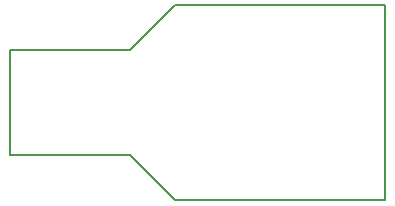
<source format=gbr>
G04 #@! TF.GenerationSoftware,KiCad,Pcbnew,(5.0.2)-1*
G04 #@! TF.CreationDate,2019-05-05T04:12:21-07:00*
G04 #@! TF.ProjectId,pickit3_icsp_adapter,7069636b-6974-4335-9f69-6373705f6164,rev?*
G04 #@! TF.SameCoordinates,Original*
G04 #@! TF.FileFunction,Profile,NP*
%FSLAX46Y46*%
G04 Gerber Fmt 4.6, Leading zero omitted, Abs format (unit mm)*
G04 Created by KiCad (PCBNEW (5.0.2)-1) date 5/5/2019 4:12:21 AM*
%MOMM*%
%LPD*%
G01*
G04 APERTURE LIST*
%ADD10C,0.150000*%
G04 APERTURE END LIST*
D10*
X119380000Y-88900000D02*
X109220000Y-88900000D01*
X123190000Y-85090000D02*
X119380000Y-88900000D01*
X140970000Y-85090000D02*
X123190000Y-85090000D01*
X140970000Y-101600000D02*
X140970000Y-85090000D01*
X123190000Y-101600000D02*
X140970000Y-101600000D01*
X119380000Y-97790000D02*
X123190000Y-101600000D01*
X109220000Y-97790000D02*
X119380000Y-97790000D01*
X109220000Y-88900000D02*
X109220000Y-97790000D01*
M02*

</source>
